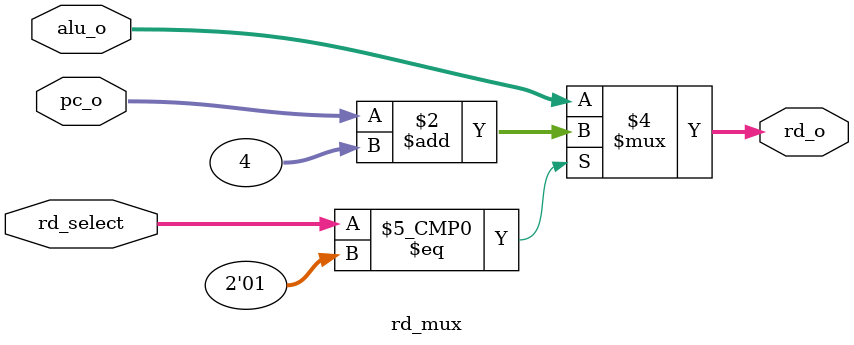
<source format=v>
module rd_mux (
    input wire [31:0] alu_o,
    input wire [31:0] pc_o,
    input wire [1:0] rd_select,
    output reg [31:0] rd_o
);

    always @(*) begin
        case (rd_select)
            2'b01: begin
                rd_o = pc_o +32'd4;
            end
            default: begin
                rd_o = alu_o;
            end
        endcase
    end
endmodule

</source>
